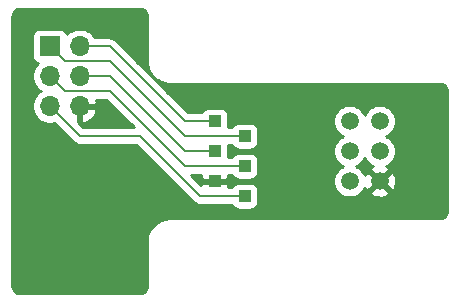
<source format=gbr>
%TF.GenerationSoftware,KiCad,Pcbnew,5.1.6-c6e7f7d~87~ubuntu18.04.1*%
%TF.CreationDate,2020-10-02T11:27:22-04:00*%
%TF.ProjectId,avrisp-pogopin-adapter,61767269-7370-42d7-906f-676f70696e2d,rev?*%
%TF.SameCoordinates,Original*%
%TF.FileFunction,Copper,L2,Bot*%
%TF.FilePolarity,Positive*%
%FSLAX46Y46*%
G04 Gerber Fmt 4.6, Leading zero omitted, Abs format (unit mm)*
G04 Created by KiCad (PCBNEW 5.1.6-c6e7f7d~87~ubuntu18.04.1) date 2020-10-02 11:27:22*
%MOMM*%
%LPD*%
G01*
G04 APERTURE LIST*
%TA.AperFunction,ComponentPad*%
%ADD10R,1.000000X1.000000*%
%TD*%
%TA.AperFunction,ComponentPad*%
%ADD11C,1.500000*%
%TD*%
%TA.AperFunction,ComponentPad*%
%ADD12O,1.700000X1.700000*%
%TD*%
%TA.AperFunction,ComponentPad*%
%ADD13R,1.700000X1.700000*%
%TD*%
%TA.AperFunction,ViaPad*%
%ADD14C,0.800000*%
%TD*%
%TA.AperFunction,Conductor*%
%ADD15C,0.200000*%
%TD*%
%TA.AperFunction,Conductor*%
%ADD16C,0.254000*%
%TD*%
G04 APERTURE END LIST*
D10*
%TO.P,TP12,1*%
%TO.N,GND*%
X135890000Y-83820000D03*
%TD*%
%TO.P,TP11,1*%
%TO.N,~RST*%
X138430000Y-85090000D03*
%TD*%
%TO.P,TP10,1*%
%TO.N,MOSI*%
X135890000Y-81280000D03*
%TD*%
%TO.P,TP9,1*%
%TO.N,SCK*%
X138430000Y-82550000D03*
%TD*%
%TO.P,TP8,1*%
%TO.N,MISO*%
X138430000Y-80010000D03*
%TD*%
%TO.P,TP7,1*%
%TO.N,VCC*%
X135890000Y-78740000D03*
%TD*%
D11*
%TO.P,TP6,1*%
%TO.N,GND*%
X149860000Y-83820000D03*
%TD*%
%TO.P,TP5,1*%
%TO.N,~RST*%
X147320000Y-83820000D03*
%TD*%
%TO.P,TP4,1*%
%TO.N,MOSI*%
X149860000Y-81280000D03*
%TD*%
%TO.P,TP3,1*%
%TO.N,SCK*%
X147320000Y-81280000D03*
%TD*%
%TO.P,TP2,1*%
%TO.N,VCC*%
X149860000Y-78740000D03*
%TD*%
%TO.P,TP1,1*%
%TO.N,MISO*%
X147320000Y-78740000D03*
%TD*%
D12*
%TO.P,J2,6*%
%TO.N,GND*%
X124460000Y-77470000D03*
%TO.P,J2,5*%
%TO.N,~RST*%
X121920000Y-77470000D03*
%TO.P,J2,4*%
%TO.N,MOSI*%
X124460000Y-74930000D03*
%TO.P,J2,3*%
%TO.N,SCK*%
X121920000Y-74930000D03*
%TO.P,J2,2*%
%TO.N,VCC*%
X124460000Y-72390000D03*
D13*
%TO.P,J2,1*%
%TO.N,MISO*%
X121920000Y-72390000D03*
%TD*%
D14*
%TO.N,GND*%
X121920000Y-80010000D03*
X125730000Y-83820000D03*
X128905000Y-83820000D03*
X139700000Y-76200000D03*
X143510000Y-76200000D03*
X147320000Y-76200000D03*
X151130000Y-76200000D03*
X139700000Y-86360000D03*
X143510000Y-86360000D03*
X147320000Y-86360000D03*
X151130000Y-86360000D03*
X154940000Y-76200000D03*
X154940000Y-78740000D03*
X154940000Y-81280000D03*
X154940000Y-83820000D03*
X154940000Y-86360000D03*
X135890000Y-76200000D03*
X135890000Y-86360000D03*
X132080000Y-86360000D03*
X132080000Y-76200000D03*
X129540000Y-73660000D03*
X129540000Y-69850000D03*
X129540000Y-88900000D03*
X129540000Y-92710000D03*
X125730000Y-92710000D03*
X121920000Y-92710000D03*
X125730000Y-69850000D03*
X121920000Y-69850000D03*
X119380000Y-80010000D03*
X119380000Y-76200000D03*
X119380000Y-73660000D03*
X119380000Y-83820000D03*
X119380000Y-88900000D03*
%TD*%
D15*
%TO.N,~RST*%
X138430000Y-85090000D02*
X134620000Y-85090000D01*
X134620000Y-85090000D02*
X129540000Y-80010000D01*
X129540000Y-80010000D02*
X124460000Y-80010000D01*
X124460000Y-80010000D02*
X121920000Y-77470000D01*
%TO.N,MOSI*%
X124460000Y-74930000D02*
X127000000Y-74930000D01*
X127000000Y-74930000D02*
X133350000Y-81280000D01*
X133350000Y-81280000D02*
X135890000Y-81280000D01*
%TO.N,SCK*%
X138430000Y-82550000D02*
X133350000Y-82550000D01*
X133350000Y-82550000D02*
X127000000Y-76200000D01*
X127000000Y-76200000D02*
X123190000Y-76200000D01*
X123190000Y-76200000D02*
X121920000Y-74930000D01*
%TO.N,MISO*%
X121920000Y-72390000D02*
X123190000Y-73660000D01*
X123190000Y-73660000D02*
X127000000Y-73660000D01*
X127000000Y-73660000D02*
X133350000Y-80010000D01*
X133350000Y-80010000D02*
X138430000Y-80010000D01*
%TO.N,VCC*%
X135890000Y-78740000D02*
X133350000Y-78740000D01*
X127000000Y-72390000D02*
X124460000Y-72390000D01*
X133350000Y-78740000D02*
X127000000Y-72390000D01*
%TD*%
D16*
%TO.N,GND*%
G36*
X129657869Y-69254722D02*
G01*
X129771246Y-69288953D01*
X129875819Y-69344555D01*
X129967596Y-69419407D01*
X130043091Y-69510664D01*
X130099419Y-69614844D01*
X130134440Y-69727976D01*
X130150001Y-69876031D01*
X130150000Y-73692418D01*
X130152802Y-73720864D01*
X130152747Y-73728682D01*
X130153646Y-73737853D01*
X130179554Y-73984357D01*
X130191589Y-74042986D01*
X130202792Y-74101716D01*
X130205456Y-74110538D01*
X130278751Y-74347314D01*
X130301931Y-74402457D01*
X130324339Y-74457920D01*
X130328665Y-74466054D01*
X130328667Y-74466059D01*
X130328670Y-74466064D01*
X130446553Y-74684086D01*
X130479988Y-74733654D01*
X130512759Y-74783735D01*
X130518584Y-74790876D01*
X130676577Y-74981856D01*
X130719012Y-75023995D01*
X130760875Y-75066745D01*
X130767976Y-75072618D01*
X130960053Y-75229273D01*
X131009875Y-75262374D01*
X131059237Y-75296173D01*
X131067343Y-75300556D01*
X131286191Y-75416919D01*
X131341479Y-75439707D01*
X131396475Y-75463279D01*
X131405278Y-75466003D01*
X131642559Y-75537643D01*
X131701246Y-75549264D01*
X131759752Y-75561700D01*
X131768915Y-75562663D01*
X131768917Y-75562663D01*
X132015595Y-75586850D01*
X132015598Y-75586850D01*
X132047581Y-75590000D01*
X154907721Y-75590000D01*
X155057869Y-75604722D01*
X155171246Y-75638953D01*
X155275819Y-75694555D01*
X155367596Y-75769407D01*
X155443091Y-75860664D01*
X155499419Y-75964844D01*
X155534440Y-76077976D01*
X155550001Y-76226031D01*
X155550000Y-86327721D01*
X155535278Y-86477869D01*
X155501047Y-86591246D01*
X155445446Y-86695817D01*
X155370594Y-86787595D01*
X155279335Y-86863091D01*
X155175160Y-86919419D01*
X155062024Y-86954440D01*
X154913979Y-86970000D01*
X132047581Y-86970000D01*
X132019135Y-86972802D01*
X132011318Y-86972747D01*
X132002147Y-86973646D01*
X131755644Y-86999554D01*
X131697028Y-87011586D01*
X131638284Y-87022792D01*
X131629462Y-87025456D01*
X131392686Y-87098751D01*
X131337555Y-87121926D01*
X131282080Y-87144339D01*
X131273944Y-87148666D01*
X131055914Y-87266554D01*
X131006346Y-87299988D01*
X130956265Y-87332760D01*
X130949124Y-87338584D01*
X130758144Y-87496577D01*
X130716005Y-87539012D01*
X130673255Y-87580875D01*
X130667381Y-87587976D01*
X130510727Y-87780054D01*
X130477655Y-87829831D01*
X130443826Y-87879237D01*
X130439444Y-87887343D01*
X130323081Y-88106191D01*
X130300298Y-88161468D01*
X130276721Y-88216475D01*
X130273997Y-88225278D01*
X130202357Y-88462559D01*
X130190736Y-88521246D01*
X130178300Y-88579752D01*
X130177337Y-88588917D01*
X130153150Y-88835595D01*
X130153150Y-88835608D01*
X130150001Y-88867581D01*
X130150000Y-92677721D01*
X130135278Y-92827869D01*
X130101047Y-92941246D01*
X130045446Y-93045817D01*
X129970594Y-93137595D01*
X129879335Y-93213091D01*
X129775160Y-93269419D01*
X129662024Y-93304440D01*
X129513979Y-93320000D01*
X119412279Y-93320000D01*
X119262131Y-93305278D01*
X119148754Y-93271047D01*
X119044183Y-93215446D01*
X118952405Y-93140594D01*
X118876909Y-93049335D01*
X118820581Y-92945160D01*
X118785560Y-92832024D01*
X118770000Y-92683979D01*
X118770000Y-71540000D01*
X120431928Y-71540000D01*
X120431928Y-73240000D01*
X120444188Y-73364482D01*
X120480498Y-73484180D01*
X120539463Y-73594494D01*
X120618815Y-73691185D01*
X120715506Y-73770537D01*
X120825820Y-73829502D01*
X120898380Y-73851513D01*
X120766525Y-73983368D01*
X120604010Y-74226589D01*
X120492068Y-74496842D01*
X120435000Y-74783740D01*
X120435000Y-75076260D01*
X120492068Y-75363158D01*
X120604010Y-75633411D01*
X120766525Y-75876632D01*
X120973368Y-76083475D01*
X121147760Y-76200000D01*
X120973368Y-76316525D01*
X120766525Y-76523368D01*
X120604010Y-76766589D01*
X120492068Y-77036842D01*
X120435000Y-77323740D01*
X120435000Y-77616260D01*
X120492068Y-77903158D01*
X120604010Y-78173411D01*
X120766525Y-78416632D01*
X120973368Y-78623475D01*
X121216589Y-78785990D01*
X121486842Y-78897932D01*
X121773740Y-78955000D01*
X122066260Y-78955000D01*
X122315897Y-78905344D01*
X123914746Y-80504193D01*
X123937762Y-80532238D01*
X124049680Y-80624087D01*
X124177367Y-80692337D01*
X124315915Y-80734365D01*
X124423895Y-80745000D01*
X124423904Y-80745000D01*
X124459999Y-80748555D01*
X124496094Y-80745000D01*
X129235554Y-80745000D01*
X134074746Y-85584193D01*
X134097762Y-85612238D01*
X134209680Y-85704087D01*
X134337367Y-85772337D01*
X134475915Y-85814365D01*
X134620000Y-85828556D01*
X134656105Y-85825000D01*
X137337713Y-85825000D01*
X137340498Y-85834180D01*
X137399463Y-85944494D01*
X137478815Y-86041185D01*
X137575506Y-86120537D01*
X137685820Y-86179502D01*
X137805518Y-86215812D01*
X137930000Y-86228072D01*
X138930000Y-86228072D01*
X139054482Y-86215812D01*
X139174180Y-86179502D01*
X139284494Y-86120537D01*
X139381185Y-86041185D01*
X139460537Y-85944494D01*
X139519502Y-85834180D01*
X139555812Y-85714482D01*
X139568072Y-85590000D01*
X139568072Y-84590000D01*
X139555812Y-84465518D01*
X139519502Y-84345820D01*
X139460537Y-84235506D01*
X139381185Y-84138815D01*
X139284494Y-84059463D01*
X139174180Y-84000498D01*
X139054482Y-83964188D01*
X138930000Y-83951928D01*
X137930000Y-83951928D01*
X137805518Y-83964188D01*
X137685820Y-84000498D01*
X137575506Y-84059463D01*
X137478815Y-84138815D01*
X137399463Y-84235506D01*
X137340498Y-84345820D01*
X137337713Y-84355000D01*
X137024625Y-84355000D01*
X137028072Y-84320000D01*
X137025000Y-84105750D01*
X136866250Y-83947000D01*
X136017000Y-83947000D01*
X136017000Y-83967000D01*
X135763000Y-83967000D01*
X135763000Y-83947000D01*
X134913750Y-83947000D01*
X134755000Y-84105750D01*
X134753872Y-84184425D01*
X133854447Y-83285000D01*
X134755375Y-83285000D01*
X134751928Y-83320000D01*
X134755000Y-83534250D01*
X134913750Y-83693000D01*
X135763000Y-83693000D01*
X135763000Y-83673000D01*
X136017000Y-83673000D01*
X136017000Y-83693000D01*
X136866250Y-83693000D01*
X137025000Y-83534250D01*
X137028072Y-83320000D01*
X137024625Y-83285000D01*
X137337713Y-83285000D01*
X137340498Y-83294180D01*
X137399463Y-83404494D01*
X137478815Y-83501185D01*
X137575506Y-83580537D01*
X137685820Y-83639502D01*
X137805518Y-83675812D01*
X137930000Y-83688072D01*
X138930000Y-83688072D01*
X139054482Y-83675812D01*
X139174180Y-83639502D01*
X139284494Y-83580537D01*
X139381185Y-83501185D01*
X139460537Y-83404494D01*
X139519502Y-83294180D01*
X139555812Y-83174482D01*
X139568072Y-83050000D01*
X139568072Y-82050000D01*
X139555812Y-81925518D01*
X139519502Y-81805820D01*
X139460537Y-81695506D01*
X139381185Y-81598815D01*
X139284494Y-81519463D01*
X139174180Y-81460498D01*
X139054482Y-81424188D01*
X138930000Y-81411928D01*
X137930000Y-81411928D01*
X137805518Y-81424188D01*
X137685820Y-81460498D01*
X137575506Y-81519463D01*
X137478815Y-81598815D01*
X137399463Y-81695506D01*
X137340498Y-81805820D01*
X137337713Y-81815000D01*
X137024625Y-81815000D01*
X137028072Y-81780000D01*
X137028072Y-80780000D01*
X137024625Y-80745000D01*
X137337713Y-80745000D01*
X137340498Y-80754180D01*
X137399463Y-80864494D01*
X137478815Y-80961185D01*
X137575506Y-81040537D01*
X137685820Y-81099502D01*
X137805518Y-81135812D01*
X137930000Y-81148072D01*
X138930000Y-81148072D01*
X139054482Y-81135812D01*
X139174180Y-81099502D01*
X139284494Y-81040537D01*
X139381185Y-80961185D01*
X139460537Y-80864494D01*
X139519502Y-80754180D01*
X139555812Y-80634482D01*
X139568072Y-80510000D01*
X139568072Y-79510000D01*
X139555812Y-79385518D01*
X139519502Y-79265820D01*
X139460537Y-79155506D01*
X139381185Y-79058815D01*
X139284494Y-78979463D01*
X139174180Y-78920498D01*
X139054482Y-78884188D01*
X138930000Y-78871928D01*
X137930000Y-78871928D01*
X137805518Y-78884188D01*
X137685820Y-78920498D01*
X137575506Y-78979463D01*
X137478815Y-79058815D01*
X137399463Y-79155506D01*
X137340498Y-79265820D01*
X137337713Y-79275000D01*
X137024625Y-79275000D01*
X137028072Y-79240000D01*
X137028072Y-78603589D01*
X145935000Y-78603589D01*
X145935000Y-78876411D01*
X145988225Y-79143989D01*
X146092629Y-79396043D01*
X146244201Y-79622886D01*
X146437114Y-79815799D01*
X146663957Y-79967371D01*
X146766873Y-80010000D01*
X146663957Y-80052629D01*
X146437114Y-80204201D01*
X146244201Y-80397114D01*
X146092629Y-80623957D01*
X145988225Y-80876011D01*
X145935000Y-81143589D01*
X145935000Y-81416411D01*
X145988225Y-81683989D01*
X146092629Y-81936043D01*
X146244201Y-82162886D01*
X146437114Y-82355799D01*
X146663957Y-82507371D01*
X146766873Y-82550000D01*
X146663957Y-82592629D01*
X146437114Y-82744201D01*
X146244201Y-82937114D01*
X146092629Y-83163957D01*
X145988225Y-83416011D01*
X145935000Y-83683589D01*
X145935000Y-83956411D01*
X145988225Y-84223989D01*
X146092629Y-84476043D01*
X146244201Y-84702886D01*
X146437114Y-84895799D01*
X146663957Y-85047371D01*
X146916011Y-85151775D01*
X147183589Y-85205000D01*
X147456411Y-85205000D01*
X147723989Y-85151775D01*
X147976043Y-85047371D01*
X148202886Y-84895799D01*
X148321692Y-84776993D01*
X149082612Y-84776993D01*
X149148137Y-85015860D01*
X149395116Y-85131760D01*
X149659960Y-85197250D01*
X149932492Y-85209812D01*
X150202238Y-85168965D01*
X150458832Y-85076277D01*
X150571863Y-85015860D01*
X150637388Y-84776993D01*
X149860000Y-83999605D01*
X149082612Y-84776993D01*
X148321692Y-84776993D01*
X148395799Y-84702886D01*
X148547371Y-84476043D01*
X148588511Y-84376721D01*
X148603723Y-84418832D01*
X148664140Y-84531863D01*
X148903007Y-84597388D01*
X149680395Y-83820000D01*
X150039605Y-83820000D01*
X150816993Y-84597388D01*
X151055860Y-84531863D01*
X151171760Y-84284884D01*
X151237250Y-84020040D01*
X151249812Y-83747508D01*
X151208965Y-83477762D01*
X151116277Y-83221168D01*
X151055860Y-83108137D01*
X150816993Y-83042612D01*
X150039605Y-83820000D01*
X149680395Y-83820000D01*
X148903007Y-83042612D01*
X148664140Y-83108137D01*
X148589836Y-83266477D01*
X148547371Y-83163957D01*
X148395799Y-82937114D01*
X148202886Y-82744201D01*
X147976043Y-82592629D01*
X147873127Y-82550000D01*
X147976043Y-82507371D01*
X148202886Y-82355799D01*
X148395799Y-82162886D01*
X148547371Y-81936043D01*
X148590000Y-81833127D01*
X148632629Y-81936043D01*
X148784201Y-82162886D01*
X148977114Y-82355799D01*
X149203957Y-82507371D01*
X149303279Y-82548511D01*
X149261168Y-82563723D01*
X149148137Y-82624140D01*
X149082612Y-82863007D01*
X149860000Y-83640395D01*
X150637388Y-82863007D01*
X150571863Y-82624140D01*
X150413523Y-82549836D01*
X150516043Y-82507371D01*
X150742886Y-82355799D01*
X150935799Y-82162886D01*
X151087371Y-81936043D01*
X151191775Y-81683989D01*
X151245000Y-81416411D01*
X151245000Y-81143589D01*
X151191775Y-80876011D01*
X151087371Y-80623957D01*
X150935799Y-80397114D01*
X150742886Y-80204201D01*
X150516043Y-80052629D01*
X150413127Y-80010000D01*
X150516043Y-79967371D01*
X150742886Y-79815799D01*
X150935799Y-79622886D01*
X151087371Y-79396043D01*
X151191775Y-79143989D01*
X151245000Y-78876411D01*
X151245000Y-78603589D01*
X151191775Y-78336011D01*
X151087371Y-78083957D01*
X150935799Y-77857114D01*
X150742886Y-77664201D01*
X150516043Y-77512629D01*
X150263989Y-77408225D01*
X149996411Y-77355000D01*
X149723589Y-77355000D01*
X149456011Y-77408225D01*
X149203957Y-77512629D01*
X148977114Y-77664201D01*
X148784201Y-77857114D01*
X148632629Y-78083957D01*
X148590000Y-78186873D01*
X148547371Y-78083957D01*
X148395799Y-77857114D01*
X148202886Y-77664201D01*
X147976043Y-77512629D01*
X147723989Y-77408225D01*
X147456411Y-77355000D01*
X147183589Y-77355000D01*
X146916011Y-77408225D01*
X146663957Y-77512629D01*
X146437114Y-77664201D01*
X146244201Y-77857114D01*
X146092629Y-78083957D01*
X145988225Y-78336011D01*
X145935000Y-78603589D01*
X137028072Y-78603589D01*
X137028072Y-78240000D01*
X137015812Y-78115518D01*
X136979502Y-77995820D01*
X136920537Y-77885506D01*
X136841185Y-77788815D01*
X136744494Y-77709463D01*
X136634180Y-77650498D01*
X136514482Y-77614188D01*
X136390000Y-77601928D01*
X135390000Y-77601928D01*
X135265518Y-77614188D01*
X135145820Y-77650498D01*
X135035506Y-77709463D01*
X134938815Y-77788815D01*
X134859463Y-77885506D01*
X134800498Y-77995820D01*
X134797713Y-78005000D01*
X133654447Y-78005000D01*
X127545259Y-71895813D01*
X127522238Y-71867762D01*
X127410320Y-71775913D01*
X127282633Y-71707663D01*
X127144085Y-71665635D01*
X127036105Y-71655000D01*
X127000000Y-71651444D01*
X126963895Y-71655000D01*
X125754883Y-71655000D01*
X125613475Y-71443368D01*
X125406632Y-71236525D01*
X125163411Y-71074010D01*
X124893158Y-70962068D01*
X124606260Y-70905000D01*
X124313740Y-70905000D01*
X124026842Y-70962068D01*
X123756589Y-71074010D01*
X123513368Y-71236525D01*
X123381513Y-71368380D01*
X123359502Y-71295820D01*
X123300537Y-71185506D01*
X123221185Y-71088815D01*
X123124494Y-71009463D01*
X123014180Y-70950498D01*
X122894482Y-70914188D01*
X122770000Y-70901928D01*
X121070000Y-70901928D01*
X120945518Y-70914188D01*
X120825820Y-70950498D01*
X120715506Y-71009463D01*
X120618815Y-71088815D01*
X120539463Y-71185506D01*
X120480498Y-71295820D01*
X120444188Y-71415518D01*
X120431928Y-71540000D01*
X118770000Y-71540000D01*
X118770000Y-69882279D01*
X118784722Y-69732131D01*
X118818953Y-69618754D01*
X118874555Y-69514181D01*
X118949407Y-69422404D01*
X119040664Y-69346909D01*
X119144844Y-69290581D01*
X119257976Y-69255560D01*
X119406022Y-69240000D01*
X129507721Y-69240000D01*
X129657869Y-69254722D01*
G37*
X129657869Y-69254722D02*
X129771246Y-69288953D01*
X129875819Y-69344555D01*
X129967596Y-69419407D01*
X130043091Y-69510664D01*
X130099419Y-69614844D01*
X130134440Y-69727976D01*
X130150001Y-69876031D01*
X130150000Y-73692418D01*
X130152802Y-73720864D01*
X130152747Y-73728682D01*
X130153646Y-73737853D01*
X130179554Y-73984357D01*
X130191589Y-74042986D01*
X130202792Y-74101716D01*
X130205456Y-74110538D01*
X130278751Y-74347314D01*
X130301931Y-74402457D01*
X130324339Y-74457920D01*
X130328665Y-74466054D01*
X130328667Y-74466059D01*
X130328670Y-74466064D01*
X130446553Y-74684086D01*
X130479988Y-74733654D01*
X130512759Y-74783735D01*
X130518584Y-74790876D01*
X130676577Y-74981856D01*
X130719012Y-75023995D01*
X130760875Y-75066745D01*
X130767976Y-75072618D01*
X130960053Y-75229273D01*
X131009875Y-75262374D01*
X131059237Y-75296173D01*
X131067343Y-75300556D01*
X131286191Y-75416919D01*
X131341479Y-75439707D01*
X131396475Y-75463279D01*
X131405278Y-75466003D01*
X131642559Y-75537643D01*
X131701246Y-75549264D01*
X131759752Y-75561700D01*
X131768915Y-75562663D01*
X131768917Y-75562663D01*
X132015595Y-75586850D01*
X132015598Y-75586850D01*
X132047581Y-75590000D01*
X154907721Y-75590000D01*
X155057869Y-75604722D01*
X155171246Y-75638953D01*
X155275819Y-75694555D01*
X155367596Y-75769407D01*
X155443091Y-75860664D01*
X155499419Y-75964844D01*
X155534440Y-76077976D01*
X155550001Y-76226031D01*
X155550000Y-86327721D01*
X155535278Y-86477869D01*
X155501047Y-86591246D01*
X155445446Y-86695817D01*
X155370594Y-86787595D01*
X155279335Y-86863091D01*
X155175160Y-86919419D01*
X155062024Y-86954440D01*
X154913979Y-86970000D01*
X132047581Y-86970000D01*
X132019135Y-86972802D01*
X132011318Y-86972747D01*
X132002147Y-86973646D01*
X131755644Y-86999554D01*
X131697028Y-87011586D01*
X131638284Y-87022792D01*
X131629462Y-87025456D01*
X131392686Y-87098751D01*
X131337555Y-87121926D01*
X131282080Y-87144339D01*
X131273944Y-87148666D01*
X131055914Y-87266554D01*
X131006346Y-87299988D01*
X130956265Y-87332760D01*
X130949124Y-87338584D01*
X130758144Y-87496577D01*
X130716005Y-87539012D01*
X130673255Y-87580875D01*
X130667381Y-87587976D01*
X130510727Y-87780054D01*
X130477655Y-87829831D01*
X130443826Y-87879237D01*
X130439444Y-87887343D01*
X130323081Y-88106191D01*
X130300298Y-88161468D01*
X130276721Y-88216475D01*
X130273997Y-88225278D01*
X130202357Y-88462559D01*
X130190736Y-88521246D01*
X130178300Y-88579752D01*
X130177337Y-88588917D01*
X130153150Y-88835595D01*
X130153150Y-88835608D01*
X130150001Y-88867581D01*
X130150000Y-92677721D01*
X130135278Y-92827869D01*
X130101047Y-92941246D01*
X130045446Y-93045817D01*
X129970594Y-93137595D01*
X129879335Y-93213091D01*
X129775160Y-93269419D01*
X129662024Y-93304440D01*
X129513979Y-93320000D01*
X119412279Y-93320000D01*
X119262131Y-93305278D01*
X119148754Y-93271047D01*
X119044183Y-93215446D01*
X118952405Y-93140594D01*
X118876909Y-93049335D01*
X118820581Y-92945160D01*
X118785560Y-92832024D01*
X118770000Y-92683979D01*
X118770000Y-71540000D01*
X120431928Y-71540000D01*
X120431928Y-73240000D01*
X120444188Y-73364482D01*
X120480498Y-73484180D01*
X120539463Y-73594494D01*
X120618815Y-73691185D01*
X120715506Y-73770537D01*
X120825820Y-73829502D01*
X120898380Y-73851513D01*
X120766525Y-73983368D01*
X120604010Y-74226589D01*
X120492068Y-74496842D01*
X120435000Y-74783740D01*
X120435000Y-75076260D01*
X120492068Y-75363158D01*
X120604010Y-75633411D01*
X120766525Y-75876632D01*
X120973368Y-76083475D01*
X121147760Y-76200000D01*
X120973368Y-76316525D01*
X120766525Y-76523368D01*
X120604010Y-76766589D01*
X120492068Y-77036842D01*
X120435000Y-77323740D01*
X120435000Y-77616260D01*
X120492068Y-77903158D01*
X120604010Y-78173411D01*
X120766525Y-78416632D01*
X120973368Y-78623475D01*
X121216589Y-78785990D01*
X121486842Y-78897932D01*
X121773740Y-78955000D01*
X122066260Y-78955000D01*
X122315897Y-78905344D01*
X123914746Y-80504193D01*
X123937762Y-80532238D01*
X124049680Y-80624087D01*
X124177367Y-80692337D01*
X124315915Y-80734365D01*
X124423895Y-80745000D01*
X124423904Y-80745000D01*
X124459999Y-80748555D01*
X124496094Y-80745000D01*
X129235554Y-80745000D01*
X134074746Y-85584193D01*
X134097762Y-85612238D01*
X134209680Y-85704087D01*
X134337367Y-85772337D01*
X134475915Y-85814365D01*
X134620000Y-85828556D01*
X134656105Y-85825000D01*
X137337713Y-85825000D01*
X137340498Y-85834180D01*
X137399463Y-85944494D01*
X137478815Y-86041185D01*
X137575506Y-86120537D01*
X137685820Y-86179502D01*
X137805518Y-86215812D01*
X137930000Y-86228072D01*
X138930000Y-86228072D01*
X139054482Y-86215812D01*
X139174180Y-86179502D01*
X139284494Y-86120537D01*
X139381185Y-86041185D01*
X139460537Y-85944494D01*
X139519502Y-85834180D01*
X139555812Y-85714482D01*
X139568072Y-85590000D01*
X139568072Y-84590000D01*
X139555812Y-84465518D01*
X139519502Y-84345820D01*
X139460537Y-84235506D01*
X139381185Y-84138815D01*
X139284494Y-84059463D01*
X139174180Y-84000498D01*
X139054482Y-83964188D01*
X138930000Y-83951928D01*
X137930000Y-83951928D01*
X137805518Y-83964188D01*
X137685820Y-84000498D01*
X137575506Y-84059463D01*
X137478815Y-84138815D01*
X137399463Y-84235506D01*
X137340498Y-84345820D01*
X137337713Y-84355000D01*
X137024625Y-84355000D01*
X137028072Y-84320000D01*
X137025000Y-84105750D01*
X136866250Y-83947000D01*
X136017000Y-83947000D01*
X136017000Y-83967000D01*
X135763000Y-83967000D01*
X135763000Y-83947000D01*
X134913750Y-83947000D01*
X134755000Y-84105750D01*
X134753872Y-84184425D01*
X133854447Y-83285000D01*
X134755375Y-83285000D01*
X134751928Y-83320000D01*
X134755000Y-83534250D01*
X134913750Y-83693000D01*
X135763000Y-83693000D01*
X135763000Y-83673000D01*
X136017000Y-83673000D01*
X136017000Y-83693000D01*
X136866250Y-83693000D01*
X137025000Y-83534250D01*
X137028072Y-83320000D01*
X137024625Y-83285000D01*
X137337713Y-83285000D01*
X137340498Y-83294180D01*
X137399463Y-83404494D01*
X137478815Y-83501185D01*
X137575506Y-83580537D01*
X137685820Y-83639502D01*
X137805518Y-83675812D01*
X137930000Y-83688072D01*
X138930000Y-83688072D01*
X139054482Y-83675812D01*
X139174180Y-83639502D01*
X139284494Y-83580537D01*
X139381185Y-83501185D01*
X139460537Y-83404494D01*
X139519502Y-83294180D01*
X139555812Y-83174482D01*
X139568072Y-83050000D01*
X139568072Y-82050000D01*
X139555812Y-81925518D01*
X139519502Y-81805820D01*
X139460537Y-81695506D01*
X139381185Y-81598815D01*
X139284494Y-81519463D01*
X139174180Y-81460498D01*
X139054482Y-81424188D01*
X138930000Y-81411928D01*
X137930000Y-81411928D01*
X137805518Y-81424188D01*
X137685820Y-81460498D01*
X137575506Y-81519463D01*
X137478815Y-81598815D01*
X137399463Y-81695506D01*
X137340498Y-81805820D01*
X137337713Y-81815000D01*
X137024625Y-81815000D01*
X137028072Y-81780000D01*
X137028072Y-80780000D01*
X137024625Y-80745000D01*
X137337713Y-80745000D01*
X137340498Y-80754180D01*
X137399463Y-80864494D01*
X137478815Y-80961185D01*
X137575506Y-81040537D01*
X137685820Y-81099502D01*
X137805518Y-81135812D01*
X137930000Y-81148072D01*
X138930000Y-81148072D01*
X139054482Y-81135812D01*
X139174180Y-81099502D01*
X139284494Y-81040537D01*
X139381185Y-80961185D01*
X139460537Y-80864494D01*
X139519502Y-80754180D01*
X139555812Y-80634482D01*
X139568072Y-80510000D01*
X139568072Y-79510000D01*
X139555812Y-79385518D01*
X139519502Y-79265820D01*
X139460537Y-79155506D01*
X139381185Y-79058815D01*
X139284494Y-78979463D01*
X139174180Y-78920498D01*
X139054482Y-78884188D01*
X138930000Y-78871928D01*
X137930000Y-78871928D01*
X137805518Y-78884188D01*
X137685820Y-78920498D01*
X137575506Y-78979463D01*
X137478815Y-79058815D01*
X137399463Y-79155506D01*
X137340498Y-79265820D01*
X137337713Y-79275000D01*
X137024625Y-79275000D01*
X137028072Y-79240000D01*
X137028072Y-78603589D01*
X145935000Y-78603589D01*
X145935000Y-78876411D01*
X145988225Y-79143989D01*
X146092629Y-79396043D01*
X146244201Y-79622886D01*
X146437114Y-79815799D01*
X146663957Y-79967371D01*
X146766873Y-80010000D01*
X146663957Y-80052629D01*
X146437114Y-80204201D01*
X146244201Y-80397114D01*
X146092629Y-80623957D01*
X145988225Y-80876011D01*
X145935000Y-81143589D01*
X145935000Y-81416411D01*
X145988225Y-81683989D01*
X146092629Y-81936043D01*
X146244201Y-82162886D01*
X146437114Y-82355799D01*
X146663957Y-82507371D01*
X146766873Y-82550000D01*
X146663957Y-82592629D01*
X146437114Y-82744201D01*
X146244201Y-82937114D01*
X146092629Y-83163957D01*
X145988225Y-83416011D01*
X145935000Y-83683589D01*
X145935000Y-83956411D01*
X145988225Y-84223989D01*
X146092629Y-84476043D01*
X146244201Y-84702886D01*
X146437114Y-84895799D01*
X146663957Y-85047371D01*
X146916011Y-85151775D01*
X147183589Y-85205000D01*
X147456411Y-85205000D01*
X147723989Y-85151775D01*
X147976043Y-85047371D01*
X148202886Y-84895799D01*
X148321692Y-84776993D01*
X149082612Y-84776993D01*
X149148137Y-85015860D01*
X149395116Y-85131760D01*
X149659960Y-85197250D01*
X149932492Y-85209812D01*
X150202238Y-85168965D01*
X150458832Y-85076277D01*
X150571863Y-85015860D01*
X150637388Y-84776993D01*
X149860000Y-83999605D01*
X149082612Y-84776993D01*
X148321692Y-84776993D01*
X148395799Y-84702886D01*
X148547371Y-84476043D01*
X148588511Y-84376721D01*
X148603723Y-84418832D01*
X148664140Y-84531863D01*
X148903007Y-84597388D01*
X149680395Y-83820000D01*
X150039605Y-83820000D01*
X150816993Y-84597388D01*
X151055860Y-84531863D01*
X151171760Y-84284884D01*
X151237250Y-84020040D01*
X151249812Y-83747508D01*
X151208965Y-83477762D01*
X151116277Y-83221168D01*
X151055860Y-83108137D01*
X150816993Y-83042612D01*
X150039605Y-83820000D01*
X149680395Y-83820000D01*
X148903007Y-83042612D01*
X148664140Y-83108137D01*
X148589836Y-83266477D01*
X148547371Y-83163957D01*
X148395799Y-82937114D01*
X148202886Y-82744201D01*
X147976043Y-82592629D01*
X147873127Y-82550000D01*
X147976043Y-82507371D01*
X148202886Y-82355799D01*
X148395799Y-82162886D01*
X148547371Y-81936043D01*
X148590000Y-81833127D01*
X148632629Y-81936043D01*
X148784201Y-82162886D01*
X148977114Y-82355799D01*
X149203957Y-82507371D01*
X149303279Y-82548511D01*
X149261168Y-82563723D01*
X149148137Y-82624140D01*
X149082612Y-82863007D01*
X149860000Y-83640395D01*
X150637388Y-82863007D01*
X150571863Y-82624140D01*
X150413523Y-82549836D01*
X150516043Y-82507371D01*
X150742886Y-82355799D01*
X150935799Y-82162886D01*
X151087371Y-81936043D01*
X151191775Y-81683989D01*
X151245000Y-81416411D01*
X151245000Y-81143589D01*
X151191775Y-80876011D01*
X151087371Y-80623957D01*
X150935799Y-80397114D01*
X150742886Y-80204201D01*
X150516043Y-80052629D01*
X150413127Y-80010000D01*
X150516043Y-79967371D01*
X150742886Y-79815799D01*
X150935799Y-79622886D01*
X151087371Y-79396043D01*
X151191775Y-79143989D01*
X151245000Y-78876411D01*
X151245000Y-78603589D01*
X151191775Y-78336011D01*
X151087371Y-78083957D01*
X150935799Y-77857114D01*
X150742886Y-77664201D01*
X150516043Y-77512629D01*
X150263989Y-77408225D01*
X149996411Y-77355000D01*
X149723589Y-77355000D01*
X149456011Y-77408225D01*
X149203957Y-77512629D01*
X148977114Y-77664201D01*
X148784201Y-77857114D01*
X148632629Y-78083957D01*
X148590000Y-78186873D01*
X148547371Y-78083957D01*
X148395799Y-77857114D01*
X148202886Y-77664201D01*
X147976043Y-77512629D01*
X147723989Y-77408225D01*
X147456411Y-77355000D01*
X147183589Y-77355000D01*
X146916011Y-77408225D01*
X146663957Y-77512629D01*
X146437114Y-77664201D01*
X146244201Y-77857114D01*
X146092629Y-78083957D01*
X145988225Y-78336011D01*
X145935000Y-78603589D01*
X137028072Y-78603589D01*
X137028072Y-78240000D01*
X137015812Y-78115518D01*
X136979502Y-77995820D01*
X136920537Y-77885506D01*
X136841185Y-77788815D01*
X136744494Y-77709463D01*
X136634180Y-77650498D01*
X136514482Y-77614188D01*
X136390000Y-77601928D01*
X135390000Y-77601928D01*
X135265518Y-77614188D01*
X135145820Y-77650498D01*
X135035506Y-77709463D01*
X134938815Y-77788815D01*
X134859463Y-77885506D01*
X134800498Y-77995820D01*
X134797713Y-78005000D01*
X133654447Y-78005000D01*
X127545259Y-71895813D01*
X127522238Y-71867762D01*
X127410320Y-71775913D01*
X127282633Y-71707663D01*
X127144085Y-71665635D01*
X127036105Y-71655000D01*
X127000000Y-71651444D01*
X126963895Y-71655000D01*
X125754883Y-71655000D01*
X125613475Y-71443368D01*
X125406632Y-71236525D01*
X125163411Y-71074010D01*
X124893158Y-70962068D01*
X124606260Y-70905000D01*
X124313740Y-70905000D01*
X124026842Y-70962068D01*
X123756589Y-71074010D01*
X123513368Y-71236525D01*
X123381513Y-71368380D01*
X123359502Y-71295820D01*
X123300537Y-71185506D01*
X123221185Y-71088815D01*
X123124494Y-71009463D01*
X123014180Y-70950498D01*
X122894482Y-70914188D01*
X122770000Y-70901928D01*
X121070000Y-70901928D01*
X120945518Y-70914188D01*
X120825820Y-70950498D01*
X120715506Y-71009463D01*
X120618815Y-71088815D01*
X120539463Y-71185506D01*
X120480498Y-71295820D01*
X120444188Y-71415518D01*
X120431928Y-71540000D01*
X118770000Y-71540000D01*
X118770000Y-69882279D01*
X118784722Y-69732131D01*
X118818953Y-69618754D01*
X118874555Y-69514181D01*
X118949407Y-69422404D01*
X119040664Y-69346909D01*
X119144844Y-69290581D01*
X119257976Y-69255560D01*
X119406022Y-69240000D01*
X129507721Y-69240000D01*
X129657869Y-69254722D01*
G36*
X129035554Y-79275000D02*
G01*
X124764447Y-79275000D01*
X124298414Y-78808968D01*
X124333000Y-78790814D01*
X124333000Y-77597000D01*
X124587000Y-77597000D01*
X124587000Y-78790814D01*
X124816891Y-78911481D01*
X125091252Y-78814157D01*
X125341355Y-78665178D01*
X125557588Y-78470269D01*
X125731641Y-78236920D01*
X125856825Y-77974099D01*
X125901476Y-77826890D01*
X125780155Y-77597000D01*
X124587000Y-77597000D01*
X124333000Y-77597000D01*
X124313000Y-77597000D01*
X124313000Y-77343000D01*
X124333000Y-77343000D01*
X124333000Y-77323000D01*
X124587000Y-77323000D01*
X124587000Y-77343000D01*
X125780155Y-77343000D01*
X125901476Y-77113110D01*
X125856825Y-76965901D01*
X125842107Y-76935000D01*
X126695554Y-76935000D01*
X129035554Y-79275000D01*
G37*
X129035554Y-79275000D02*
X124764447Y-79275000D01*
X124298414Y-78808968D01*
X124333000Y-78790814D01*
X124333000Y-77597000D01*
X124587000Y-77597000D01*
X124587000Y-78790814D01*
X124816891Y-78911481D01*
X125091252Y-78814157D01*
X125341355Y-78665178D01*
X125557588Y-78470269D01*
X125731641Y-78236920D01*
X125856825Y-77974099D01*
X125901476Y-77826890D01*
X125780155Y-77597000D01*
X124587000Y-77597000D01*
X124333000Y-77597000D01*
X124313000Y-77597000D01*
X124313000Y-77343000D01*
X124333000Y-77343000D01*
X124333000Y-77323000D01*
X124587000Y-77323000D01*
X124587000Y-77343000D01*
X125780155Y-77343000D01*
X125901476Y-77113110D01*
X125856825Y-76965901D01*
X125842107Y-76935000D01*
X126695554Y-76935000D01*
X129035554Y-79275000D01*
%TD*%
M02*

</source>
